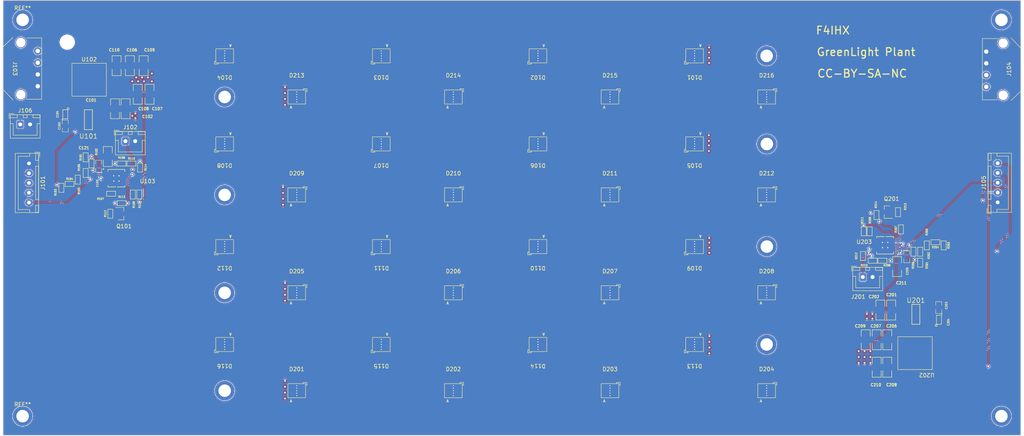
<source format=kicad_pcb>
(kicad_pcb (version 20211014) (generator pcbnew)
  (layers (0 "F.Cu" signal) (1 "In1.Cu" signal) (2 "In2.Cu" signal) (31 "B.Cu" signal) (34 "B.Paste" user) (35 "F.Paste" user) (36 "B.SilkS" user "B.Silkscreen") (37 "F.SilkS" user "F.Silkscreen") (38 "B.Mask" user) (39 "F.Mask" user) (44 "Edge.Cuts" user))
  (net 0 "")
  (net 1 "/VRed")
  (net 2 "GND")
  (net 3 "+24V")
  (net 4 "Net-(C103-Pad1)")
  (net 5 "Net-(C104-Pad2)")
  (net 6 "/VREG_RED")
  (net 7 "Net-(R101-Pad1)")
  (net 8 "Net-(R101-Pad2)")
  (net 9 "/RED_FB")
  (net 10 "Net-(R104-Pad2)")
  (net 11 "Net-(R106-Pad1)")
  (net 12 "Net-(R107-Pad1)")
  (net 13 "Net-(R108-Pad1)")
  (net 14 "Net-(R109-Pad1)")
  (net 15 "/RED_PWM")
  (net 16 "Net-(Q101-Pad3)")
  (net 18 "/EN_RED")
  (net 19 "/BLUE_PWM")
  (net 20 "/EN_BLUE")
  (net 21 "Net-(J102-Pad1)")
  (net 22 "/R01")
  (net 23 "/R02")
  (net 24 "/R03")
  (net 25 "/R04")
  (net 26 "/R11")
  (net 27 "/R12")
  (net 28 "/R13")
  (net 29 "/R14")
  (net 30 "/R21")
  (net 31 "/R22")
  (net 32 "/R23")
  (net 33 "/R24")
  (net 34 "/R31")
  (net 35 "/R32")
  (net 36 "/R33")
  (net 37 "/R34")
  (net 38 "/RSW")
  (net 39 "Net-(C203-Pad1)")
  (net 40 "/Blue LEDS/RSW")
  (net 41 "Net-(C204-Pad2)")
  (net 42 "/Blue LEDS/VREG_RED")
  (net 43 "/Blue LEDS/VRed")
  (net 44 "/Blue LEDS/R01")
  (net 45 "/Blue LEDS/R02")
  (net 46 "/Blue LEDS/R03")
  (net 47 "/Blue LEDS/R04")
  (net 48 "/Blue LEDS/R11")
  (net 49 "/Blue LEDS/R12")
  (net 50 "/Blue LEDS/R13")
  (net 51 "/Blue LEDS/R14")
  (net 52 "/Blue LEDS/R21")
  (net 53 "/Blue LEDS/R22")
  (net 54 "/Blue LEDS/R23")
  (net 55 "/Blue LEDS/R24")
  (net 56 "/Blue LEDS/R31")
  (net 57 "/Blue LEDS/R32")
  (net 58 "/Blue LEDS/R33")
  (net 59 "/Blue LEDS/R34")
  (net 60 "Net-(J201-Pad1)")
  (net 61 "Net-(Q201-Pad3)")
  (net 62 "Net-(R201-Pad1)")
  (net 63 "Net-(R201-Pad2)")
  (net 64 "/Blue LEDS/RED_FB")
  (net 65 "Net-(R204-Pad2)")
  (net 66 "Net-(R206-Pad1)")
  (net 67 "Net-(R207-Pad1)")
  (net 68 "Net-(R208-Pad1)")
  (net 69 "Net-(R209-Pad1)")
  (footprint "Cree:XLamp_MLE" (layer "F.Cu") (at 277.2 168.2 180)
    (fp_text reference "D109")
    (fp_text value "LED_TPAD")
  )
  (footprint "Connectors_Molex:MICROFIT_4POS_FEM_43650-0403" (layer "F.Cu") (at 356 122.9 90)
    (fp_text reference "J104")
    (fp_text value "Conn_01x04")
  )
  (footprint "General_SMD:SM1206" (layer "F.Cu") (at 323.7 192 90)
    (fp_text reference "C207")
    (fp_text value "10uF" hide)
  )
  (footprint "General_SMD:SM0603" (layer "F.Cu") (at 340.8 167.9 -90)
    (fp_text reference "R203")
    (fp_text value "10k" hide)
  )
  (footprint "Bourns:IND_SRP8540A_8.1x8.4x3.8mm" (layer "F.Cu") (at 333.5 195.5 180)
    (fp_text reference "U202")
    (fp_text value "22uH")
  )
  (footprint "General_SMD:SM0603" (layer "F.Cu") (at 323.65 160.15 -90)
    (fp_text reference "R214")
    (fp_text value "10k" hide)
  )
  (footprint "General_SMD:SM0603" (layer "F.Cu") (at 338.7 167.1 180)
    (fp_text reference "R204")
    (fp_text value "5k" hide)
  )
  (footprint "Cree:XLamp_MLE" (layer "F.Cu") (at 157.2 119.5 180)
    (fp_text reference "D104")
    (fp_text value "LED_TPAD")
  )
  (footprint "General_SMD:SM0603" (layer "F.Cu") (at 329.15 159.4 -90)
    (fp_text reference "R213")
    (fp_text value "10k" hide)
  )
  (footprint "Cree:XLamp_MLE" (layer "F.Cu") (at 237.2 141.98 180)
    (fp_text reference "D106")
    (fp_text value "LED_TPAD")
  )
  (footprint "General_SMD:SM0603" (layer "F.Cu") (at 325.162 171.8)
    (fp_text reference "R208")
    (fp_text value "NC" hide)
  )
  (footprint "General_SMD:SM1206" (layer "F.Cu") (at 138 129.3 -90)
    (fp_text reference "C107")
    (fp_text value "10uF" hide)
  )
  (footprint "Cree:XLamp_MLE" (layer "F.Cu") (at 237.2 193.2 180)
    (fp_text reference "D114")
    (fp_text value "LED_TPAD")
  )
  (footprint "General_SMD:SM0603" (layer "F.Cu") (at 133.75 154.9 -90)
    (fp_text reference "R109")
    (fp_text value "TBD" hide)
  )
  (footprint "General_SMD:SM1206" (layer "F.Cu") (at 326.4 192 90)
    (fp_text reference "C206")
    (fp_text value "10uF" hide)
  )
  (footprint "Cree:XLamp_MLE" (layer "F.Cu") (at 197.2 141.98 180)
    (fp_text reference "D107")
    (fp_text value "LED_TPAD")
  )
  (footprint "Mounting_Holes:3.2mm_plated" (layer "F.Cu") (at 295.6 193.2)
    (fp_text reference "REF**" hide)
    (fp_text value "3.2mm_plated")
  )
  (footprint "Cree:XLamp_MLE" (layer "F.Cu") (at 295.6 180)
    (fp_text reference "D208")
    (fp_text value "LED_TPAD")
  )
  (footprint "General_SMD:SM0603" (layer "F.Cu") (at 115.5 153.2 -90)
    (fp_text reference "R103")
    (fp_text value "10k" hide)
  )
  (footprint "SOT:SOT-23" (layer "F.Cu") (at 130.7 159.8)
    (fp_text reference "Q101")
    (fp_text value "BSS138")
  )
  (footprint "QFN:ADP8140_LFCSP16_4x4_0.4mm" (layer "F.Cu") (at 129.55 150.8 -90)
    (fp_text reference "U103")
    (fp_text value "ADP8140ACPZ")
  )
  (footprint "Connector_JST:JST_XH_B2B-XH-A_1x02_P2.50mm_Vertical" (layer "F.Cu") (at 105 137)
    (fp_text reference "J106")
    (fp_text value "FAN Connector")
  )
  (footprint "General_SMD:SM0603" (layer "F.Cu") (at 130.9 157.1 180)
    (fp_text reference "R113")
    (fp_text value "10k" hide)
  )
  (footprint "Cree:XLamp_MLE" (layer "F.Cu") (at 255.6 205)
    (fp_text reference "D203")
    (fp_text value "LED_TPAD")
  )
  (footprint "Mounting_Holes:3.2mm_plated" (layer "F.Cu") (at 355.55 211.5)
    (fp_text reference "REF**" hide)
    (fp_text value "3.2mm_plated")
  )
  (footprint "General_SMD:SM1206" (layer "F.Cu") (at 328.9 173.3 -90)
    (fp_text reference "C211")
    (fp_text value "4.7uF" hide)
  )
  (footprint "Cree:XLamp_MLE" (layer "F.Cu") (at 175.6 180)
    (fp_text reference "D205")
    (fp_text value "NC")
  )
  (footprint "Cree:XLamp_MLE" (layer "F.Cu") (at 277.2 193.2 180)
    (fp_text reference "D113")
    (fp_text value "LED_TPAD")
  )
  (footprint "SOIC:SOIC-8_208mil" (layer "F.Cu") (at 333.695123 185.495122 90)
    (fp_text reference "U201")
    (fp_text value "L6982")
  )
  (footprint "General_SMD:SM1206" (layer "F.Cu") (at 327.4 184.4 90)
    (fp_text reference "C201")
    (fp_text value "4.7uF" hide)
  )
  (footprint "Cree:XLamp_MLE" (layer "F.Cu") (at 215.6 155)
    (fp_text reference "D210")
    (fp_text value "LED_TPAD")
  )
  (footprint "General_SMD:SM0603" (layer "F.Cu") (at 339.6 186.9 90)
    (fp_text reference "C204")
    (fp_text value "100nF" hide)
  )
  (footprint "Cree:XLamp_MLE" (layer "F.Cu") (at 197.2 168.2 180)
    (fp_text reference "D111")
    (fp_text value "LED_TPAD")
  )
  (footprint "General_SMD:SM1206" (layer "F.Cu") (at 324.65 184.4 90)
    (fp_text reference "C202")
    (fp_text value "4.7uF" hide)
  )
  (footprint "Cree:XLamp_MLE" (layer "F.Cu") (at 295.6 155)
    (fp_text reference "D212")
    (fp_text value "LED_TPAD")
  )
  (footprint "Cree:XLamp_MLE" (layer "F.Cu") (at 157.2 168.2 180)
    (fp_text reference "D112")
    (fp_text value "LED_TPAD")
  )
  (footprint "General_SMD:SM1206" (layer "F.Cu") (at 127.35 145.2 90)
    (fp_text reference "C121")
    (fp_text value "4.7uF" hide)
  )
  (footprint "General_SMD:SM0603" (layer "F.Cu") (at 334.8 169.5 90)
    (fp_text reference "R202")
    (fp_text value "10k" hide)
  )
  (footprint "Cree:XLamp_MLE" (layer "F.Cu") (at 215.6 180)
    (fp_text reference "D206")
    (fp_text value "LED_TPAD")
  )
  (footprint "General_SMD:SM0603" (layer "F.Cu") (at 333.1 169.5 -90)
    (fp_text reference "R206")
    (fp_text value "52.3k" hide)
  )
  (footprint "General_SMD:SM0603" (layer "F.Cu") (at 121.7 149.4 90)
    (fp_text reference "R106")
    (fp_text value "52.3k" hide)
  )
  (footprint "Mounting_Holes:3.2mm_plated" (layer "F.Cu") (at 295.6 119.5)
    (fp_text reference "REF**" hide)
    (fp_text value "3.2mm_plated")
  )
  (footprint "Cree:XLamp_MLE" (layer "F.Cu") (at 175.6 205)
    (fp_text reference "D201")
    (fp_text value "NC")
  )
  (footprint "General_SMD:SM1206" (layer "F.Cu") (at 129.6 122 90)
    (fp_text reference "C110")
    (fp_text value "10uF" hide)
  )
  (footprint "General_SMD:SM0603" (layer "F.Cu") (at 119.7 151.1 -90)
    (fp_text reference "R105")
    (fp_text value "15k" hide)
  )
  (footprint "Cree:XLamp_MLE" (layer "F.Cu") (at 237.2 119.5 180)
    (fp_text reference "D102")
    (fp_text value "LED_TPAD")
  )
  (footprint "General_SMD:SM0805" (layer "F.Cu") (at 116.5 137.4 -90)
    (fp_text reference "C103")
    (fp_text value "1uF" hide)
  )
  (footprint "Connectors_Molex:MICROFIT_4POS_FEM_43650-0403" (layer "F.Cu") (at 105.150001 122.75 -90)
    (fp_text reference "J103")
    (fp_text value "Conn_01x04")
  )
  (footprint "SOT:SOT-23" (layer "F.Cu") (at 326.4 159.4 180)
    (fp_text reference "Q201")
    (fp_text value "BSS138")
  )
  (footprint "Cree:XLamp_MLE" (layer "F.Cu") (at 197.2 119.5 180)
    (fp_text reference "D103")
    (fp_text value "LED_TPAD")
  )
  (footprint "General_SMD:SM0603" (layer "F.Cu") (at 128.2 154.7)
    (fp_text reference "R107")
    (fp_text value "7.32k" hide)
  )
  (footprint "Mounting_Holes:3.2mm_plated" (layer "F.Cu") (at 157.2 205)
    (fp_text reference "REF**" hide)
    (fp_text value "3.2mm_plated")
  )
  (footprint "Cree:XLamp_MLE" (layer "F.Cu") (at 175.6 155)
    (fp_text reference "D209")
    (fp_text value "NC")
  )
  (footprint "QFN:ADP8140_LFCSP16_4x4_0.4mm" (layer "F.Cu") (at 325.85 167.8 90)
    (fp_text reference "U203")
    (fp_text value "ADP8140ACPZ")
  )
  (footprint "General_SMD:SM0603" (layer "F.Cu") (at 116.5 134.4 -90)
    (fp_text reference "C104")
    (fp_text value "100nF" hide)
  )
  (footprint "Cree:XLamp_MLE" (layer "F.Cu") (at 255.6 180)
    (fp_text reference "D207")
    (fp_text value "LED_TPAD")
  )
  (footprint "Cree:XLamp_MLE" (layer "F.Cu") (at 197.2 193.2 180)
    (fp_text reference "D115")
    (fp_text value "LED_TPAD")
  )
  (footprint "Cree:XLamp_MLE" (layer "F.Cu") (at 295.6 205)
    (fp_text reference "D204")
    (fp_text value "LED_TPAD")
  )
  (footprint "General_SMD:SM0603" (layer "F.Cu") (at 135.6 148 90)
    (fp_text reference "R114")
    (fp_text value "NC" hide)
  )
  (footprint "General_SMD:SM1206" (layer "F.Cu") (at 133 122 90)
    (fp_text reference "C106")
    (fp_text value "10uF" hide)
  )
  (footprint "Cree:XLamp_MLE" (layer "F.Cu") (at 157.2 141.98 180)
    (fp_text reference "D108")
    (fp_text value "LED_TPAD")
  )
  (footprint "General_SMD:SM0603" (layer "F.Cu") (at 121.7 145.4 90)
    (fp_text reference "R101")
    (fp_text value "0" hide)
  )
  (footprint "Connector_JST:JST_XH_B5B-XH-A_1x05_P2.50mm_Vertical" (layer "F.Cu") (at 107.225 146.95 -90)
    (fp_text reference "J101")
    (fp_text value "Conn_01x05")
  )
  (footprint "General_SMD:SM0603" (layer "F.Cu") (at 135.4 154.9 90)
    (fp_text reference "R111")
    (fp_text value "TBD" hide)
  )
  (footprint "Cree:XLamp_MLE" (layer "F.Cu") (at 157.2 193.2 180)
    (fp_text reference "D116")
    (fp_text value "LED_TPAD")
  )
  (footprint "Cree:XLamp_MLE" (layer "F.Cu") (at 175.6 130)
    (fp_text reference "D213")
    (fp_text value "NC")
  )
  (footprint "Mounting_Holes:3.45MM_NOTPLATED" (layer "F.Cu") (at 117 116)
    (fp_text reference "REF**" hide)
    (fp_text value "3.45MM_NOTPLATED")
  )
  (footprint "General_SMD:SM0603" (layer "F.Cu") (at 321.9 164.3 90)
    (fp_text reference "R209")
    (fp_text value "TBD" hide)
  )
  (footprint "General_SMD:SM1206" (layer "F.Cu") (at 136.5 122 90)
    (fp_text reference "C109")
    (fp_text value "10uF" hide)
  )
  (footprint "Mounting_Holes:3.2mm_plated" (layer "F.Cu") (at 105.6 110.3)
    (fp_text reference "REF**")
    (fp_text value "3.2mm_plated")
  )
  (footprint "General_SMD:SM1206" (layer "F.Cu") (at 129.199999 133 90)
    (fp_text reference "C101")
    (fp_text value "4.7uF" hide)
  )
  (footprint "General_SMD:SM0603" (layer "F.Cu") (at 130.85 147 180)
    (fp_text reference "R108")
    (fp_text value "NC" hide)
  )
  (footprint "General_SMD:SM0805" (layer "F.Cu") (at 125 147.7 90)
    (fp_text reference "C105")
    (fp_text value "1uF" hide)
  )
  (footprint "General_SMD:SM1206" (layer "F.Cu") (at 135 129.3 -90)
    (fp_text reference "C108")
    (fp_text value "10uF" hide)
  )
  (footprint "Cree:XLamp_MLE" (layer "F.Cu") (at 255.6 155)
    (fp_text reference "D211")
    (fp_text value "LED_TPAD")
  )
  (footprint "General_SMD:SM0603" (layer "F.Cu") (at 336.5 167.9 90)
    (fp_text reference "R205")
    (fp_text value "15k" hide)
  )
  (footprint "General_SMD:SM0603" (layer "F.Cu") (at 117.6 152.2)
    (fp_text reference "R104")
    (fp_text value "5k" hide)
  )
  (footprint "General_SMD:SM0805" (layer "F.Cu") (at 339.5365 183.773 90)
    (fp_text reference "C203")
    (fp_text value "1uF" hide)
  )
  (footprint "Mounting_Holes:3.2mm_plated" (layer "F.Cu") (at 355.55 110.3)
    (fp_text reference "REF**" hide)
    (fp_text value "3.2mm_plated")
  )
  (footprint "General_SMD:SM0603" (layer "F.Cu") (at 320.4 164.3 -90)
    (fp_text reference "R211")
    (fp_text value "TBD" hide)
  )
  (footprint "General_SMD:SM0603" (layer "F.Cu") (at 320.2 170.6 -90)
    (fp_text reference "R212")
    (fp_text value "NC" hide)
  )
  (footprint "General_SMD:SM0603" (layer "F.Cu") (at 133.4 147)
    (fp_text reference "R110")
    (fp_text value "0" hide)
  )
  (footprint "General_SMD:SM1206" (layer "F.Cu") (at 323.7 199 -90)
    (fp_text reference "C210")
    (fp_text value "10uF" hide)
  )
  (footprint "Cree:XLamp_MLE" (layer "F.Cu") (at 237.2 168.2 180)
    (fp_text reference "D110")
    (fp_text value "LED_TPAD")
  )
  (footprint "Connector_JST:JST_XH_B2B-XH-A_1x02_P2.50mm_Vertical" (layer "F.Cu") (at 320.15 175.975)
    (fp_text reference "J201")
    (fp_text value "NTC")
  )
  (footprint "Bourns:IND_SRP8540A_8.1x8.4x3.8mm" (layer "F.Cu") (at 122.6 125.5)
    (fp_text reference "U102")
    (fp_text value "22uH")
  )
  (footprint "Mounting_Holes:3.2mm_plated" (layer "F.Cu") (at 157.2 130)
    (fp_text reference "REF**" hide)
    (fp_text value "3.2mm_plated")
  )
  (footprint "Cree:XLamp_MLE" (layer "F.Cu") (at 277.2 119.5 180)
    (fp_text reference "D101")
    (fp_text value "LED_TPAD")
  )
  (footprint "Cree:XLamp_MLE" (layer "F.Cu") (at 295.6 130)
    (fp_text reference "D216")
    (fp_text value "LED_TPAD")
  )
  (footprint "General_SMD:SM0603" (layer "F.Cu") (at 329.9 163.8 90)
    (fp_text reference "R207")
    (fp_text value "7.32k" hide)
  )
  (footprint "General_SMD:SM0603" (layer "F.Cu") (at 123.2 146.962 -90)
    (fp_text reference "R102")
    (fp_text value "10k" hide)
  )
  (footprint "Cree:XLamp_MLE" (layer "F.Cu") (at 215.6 130)
    (fp_text reference "D214")
    (fp_text value "LED_TPAD")
  )
  (footprint "Cree:XLamp_MLE" (layer "F.Cu") (at 255.6 130)
    (fp_text reference "D215")
    (fp_text value "LED_TPAD")
  )
  (footprint "SOIC:SOIC-8_208mil" (layer "F.Cu") (at 122.404875 135.804879 -90)
    (fp_text reference "U101")
    (fp_text value "L6982")
  )
  (footprint "Mounting_Holes:3.2mm_plated" (layer "F.Cu") (at 157.2 155)
    (fp_text reference "REF**" hide)
    (fp_text value "3.2mm_plated")
  )
  (footprint "Mounting_Holes:3.2mm_plated" (layer "F.Cu") (at 105.6 211.5)
    (fp_text reference "REF**")
    (fp_text value "3.2mm_plated")
  )
  (footprint "Mounting_Holes:3.2mm_plated" (layer "F.Cu") (at 295.65 168.2)
    (fp_text reference "REF**" hide)
    (fp_text value "3.2mm_plated")
  )
  (footprint "Cree:XLamp_MLE" (layer "F.Cu") (at 215.6 205)
    (fp_text reference "D202")
    (fp_text value "LED_TPAD")
  )
  (footprint "Cree:XLamp_MLE" (layer "F.Cu") (at 277.2 141.98 180)
    (fp_text reference "D105")
    (fp_text value "LED_TPAD")
  )
  (footprint "Connector_JST:JST_XH_B5B-XH-A_1x05_P2.50mm_Vertical" (layer "F.Cu") (at 354.6 156.9 90)
    (fp_text reference "J105")
    (fp_text value "Conn_01x05")
  )
  (footprint "Mounting_Holes:3.2mm_plated" (layer "F.Cu") (at 157.2 180)
    (fp_text reference "REF**" hide)
    (fp_text value "3.2mm_plated")
  )
  (footprint "Connector_JST:JST_XH_B2B-XH-A_1x02_P2.50mm_Vertical" (layer "F.Cu") (at 131.85 141.275)
    (fp_text reference "J102")
    (fp_text value "NTC")
  )
  (footprint "General_SMD:SM0805" (layer "F.Cu") (at 331.4 170.8 -90)
    (fp_text reference "C205")
    (fp_text value "1uF" hide)
  )
  (footprint "General_SMD:SM0603" (layer "F.Cu") (at 334.8 172.3 -90)
    (fp_text reference "R201")
    (fp_text value "0" hide)
  )
  (footprint "General_SMD:SM1206" (layer "F.Cu") (at 131.9 133 90)
    (fp_text reference "C102")
    (fp_text value "4.7uF" hide)
  )
  (footprint "General_SMD:SM0603" (layer "F.Cu") (at 128 159.8 90)
    (fp_text reference "R112")
    (fp_text value "10k" hide)
  )
  (footprint "General_SMD:SM0603" (layer "F.Cu") (at 322.662 171.8 180)
    (fp_text reference "R210")
    (fp_text value "0" hide)
  )
  (footprint "Mounting_Holes:3.2mm_plated" (layer "F.Cu") (at 295.65 142)
    (fp_text reference "REF**" hide)
    (fp_text value "3.2mm_plated")
  )
  (footprint "General_SMD:SM1206" (layer "F.Cu") (at 326.4 199 -90)
    (fp_text reference "C208")
    (fp_text value "10uF" hide)
  )
  (footprint "General_SMD:SM1206" (layer "F.Cu") (at 320.9 192 90)
    (fp_text reference "C209")
    (fp_text value "10uF" hide)
  )
  (gr_rect (start 100.55 105.28) (end 360.57 216.47) (layer "Edge.Cuts") (width 0.1) (fill none))
  (gr_text "F4IHX" (at 312.5 113) (layer "F.SilkS") (effects (font (size 2 2) (thickness 0.3))))
  (gr_text "CC-BY-SA-NC" (at 320 124) (layer "F.SilkS") (effects (font (size 2 2) (thickness 0.3))))
  (gr_text "GreenLight Plant" (at 321 118.5) (layer "F.SilkS") (effects (font (size 2 2) (thickness 0.3))))
  (segment (start 135.4 156.8) (end 135.4 155.662) (width 0.25) (layer "F.Cu") (net 1))
  (via (at 136.1 125) (size 0.8) (drill 0.4) (layers "F.Cu" "B.Cu") (net 1))
  (via (at 133.6 126) (size 0.8) (drill 0.4) (layers "F.Cu" "B.Cu") (net 1))
  (via (at 280.96 169.8) (size 0.8) (drill 0.4) (layers "F.Cu" "B.Cu") (net 1))
  (via (at 280.84 139.78) (size 0.8) (drill 0.4) (layers "F.Cu" "B.Cu") (net 1))
  (via (at 138.6 126) (size 0.8) (drill 0.4) (layers "F.Cu" "B.Cu") (net 1))
  (via (at 280.9 118.63) (size 0.8) (drill 0.4) (layers "F.Cu" "B.Cu") (net 1))
  (via (at 280.97 195.45) (size 0.8) (drill 0.4) (layers "F.Cu" "B.Cu") (net 1))
  (via (at 280.97 193.97) (size 0.8) (drill 0.4) (layers "F.Cu" "B.Cu") (net 1))
  (via (at 280.96 168.45) (size 0.8) (drill 0.4) (layers "F.Cu" "B.Cu") (net 1))
  (via (at 137.6 125) (size 0.8) (drill 0.4) (layers "F.Cu" "B.Cu") (net 1))
  (via (at 138.6 124) (size 0.8) (drill 0.4) (layers "F.Cu" "B.Cu") (net 1))
  (via (at 134.6 125) (size 0.8) (drill 0.4) (layers "F.Cu" "B.Cu") (net 1))
  (via (at 280.85 143.8) (size 0.8) (drill 0.4) (layers "F.Cu" "B.Cu") (net 1))
  (via (at 280.85 141.2) (size 0.8) (drill 0.4) (layers "F.Cu" "B.Cu") (net 1))
  (via (at 280.98 191.06) (size 0.8) (drill 0.4) (layers "F.Cu" "B.Cu") (net 1))
  (via (at 280.97 192.54) (size 0.8) (drill 0.4) (layers "F.Cu" "B.Cu") (net 1))
  (via (at 280.9 117.34) (size 0.8) (drill 0.4) (layers "F.Cu" "B.Cu") (net 1))
  (via (at 136.6 126) (size 0.8) (drill 0.4) (layers "F.Cu" "B.Cu") (net 1))
  (via (at 280.9 119.99) (size 0.8) (drill 0.4) (layers "F.Cu" "B.Cu") (net 1))
  (via (at 280.85 142.35) (size 0.8) (drill 0.4) (layers "F.Cu" "B.Cu") (net 1))
  (via (at 135.4 156.8) (size 0.8) (drill 0.4) (layers "F.Cu" "B.Cu") (net 1))
  (via (at 280.95 166) (size 0.8) (drill 0.4) (layers "F.Cu" "B.Cu") (net 1))
  (via (at 280.96 167.17) (size 0.8) (drill 0.4) (layers "F.Cu" "B.Cu") (net 1))
  (via (at 135.1 126) (size 0.8) (drill 0.4) (layers "F.Cu" "B.Cu") (net 1))
  (via (at 280.9 121.33) (size 0.8) (drill 0.4) (layers "F.Cu" "B.Cu") (net 1))
  (segment (start 136.6 126) (end 136.6 155.6) (width 0.25) (layer "B.Cu") (net 1))
  (segment (start 136.6 155.6) (end 135.4 156.8) (width 0.25) (layer "B.Cu") (net 1))
  (segment (start 322.4 170.6) (end 322.238 170.762) (width 0.25) (layer "F.Cu") (net 3))
  (segment (start 126.832843 149.167157) (end 126.832843 148.567157) (width 0.25) (layer "F.Cu") (net 3))
  (segment (start 127.2 148.2) (end 127.2 147.001) (width 0.25) (layer "F.Cu") (net 3))
  (segment (start 105 137) (end 105 135.2) (width 0.25) (layer "F.Cu") (net 3))
  (segment (start 105 135.2) (end 102.4 132.6) (width 0.25) (layer "F.Cu") (net 3))
  (segment (start 129.051 146.851) (end 129.2 147) (width 0.25) (layer "F.Cu") (net 3))
  (segment (start 127.2 147.001) (end 127.35 146.851) (width 0.25) (layer "F.Cu") (net 3))
  (segment (start 102.4 123.4) (end 104.8 121) (width 0.25) (layer "F.Cu") (net 3))
  (segment (start 328.8 171.549) (end 328.9 171.649) (width 0.25) (layer "F.Cu") (net 3))
  (segment (start 127.5 149.4) (end 127.065686 149.4) (width 0.25) (layer "F.Cu") (net 3))
  (segment (start 126.832843 148.567157) (end 127.2 148.2) (width 0.25) (layer "F.Cu") (net 3))
  (segment (start 328.6 169.2) (end 328.8 169.4) (width 0.25) (layer "F.Cu") (net 3))
  (segment (start 328.749 171.8) (end 328.9 171.649) (width 0.25) (layer "F.Cu") (net 3))
  (segment (start 327.2 171.8) (end 328.749 171.8) (width 0.25) (layer "F.Cu") (net 3))
  (segment (start 135.6 147.238) (end 135.6 146.4) (width 0.25) (layer "F.Cu") (net 3))
  (segment (start 320.438 171.362) (end 321.2 170.6) (width 0.25) (layer "F.Cu") (net 3))
  (segment (start 328.8 169.4) (end 328.8 171.549) (width 0.25) (layer "F.Cu") (net 3))
  (segment (start 325.924 171.8) (end 327.2 171.8) (width 0.25) (layer "F.Cu") (net 3))
  (segment (start 102.4 132.6) (end 102.4 123.4) (width 0.25) (layer "F.Cu") (net 3))
  (segment (start 320.2 171.362) (end 320.438 171.362) (width 0.25) (layer "F.Cu") (net 3))
  (segment (start 321.2 170.6) (end 322.4 170.6) (width 0.25) (layer "F.Cu") (net 3))
  (segment (start 130.088 147) (end 129.2 147) (width 0.25) (layer "F.Cu") (net 3))
  (segment (start 104.8 121) (end 109.220001 121) (width 0.25) (layer "F.Cu") (net 3))
  (segment (start 127.065686 149.4) (end 126.832843 149.167157) (width 0.25) (layer "F.Cu") (net 3))
  (segment (start 109.220001 121) (end 109.470001 121.25) (width 0.25) (layer "F.Cu") (net 3))
  (segment (start 127.35 146.851) (end 129.051 146.851) (width 0.25) (layer "F.Cu") (net 3))
  (segment (start 327.9 169.2) (end 328.6 169.2) (width 0.25) (layer "F.Cu") (net 3))
  (via (at 327.2 171.8) (size 0.8) (drill 0.4) (layers "F.Cu" "B.Cu") (net 3))
  (via (at 321.2 185.4) (size 0.8) (drill 0.4) (layers "F.Cu" "B.Cu") (net 3))
  (via (at 129.2 147) (size 0.8) (drill 0.4) (layers "F.Cu" "B.Cu") (net 3))
  (via (at 134.4 135.4) (size 0.8) (drill 0.4) (layers "F.Cu" "B.Cu") (net 3))
  (via (at 322.6 186.6) (size 0.8) (drill 0.4) (layers "F.Cu" "B.Cu") (net 3))
  (via (at 133.6 134.8) (size 0.8) (drill 0.4) (layers "F.Cu" "B.Cu") (net 3))
  (via (at 322.6 185.4) (size 0.8) (drill 0.4) (layers "F.Cu" "B.Cu") (net 3))
  (via (at 322.4 170.6) (size 0.8) (drill 0.4) (layers "F.Cu" "B.Cu") (net 3))
  (via (at 134.4 134.2) (size 0.8) (drill 0.4) (layers "F.Cu" "B.Cu") (net 3))
  (via (at 321.2 186.6) (size 0.8) (drill 0.4) (layers "F.Cu" "B.Cu") (net 3))
  (via (at 135.6 146.4) (size 0.8) (drill 0.4) (layers "F.Cu" "B.Cu") (net 3))
  (segment (start 116.5 136.4475) (end 119.022254 136.4475) (width 0.25) (layer "F.Cu") (net 4))
  (segment (start 119.022254 136.4475) (end 119.029875 136.439879) (width 0.25) (layer "F.Cu") (net 4))
  (segment (start 116.507879 135.169879) (end 116.5 135.162) (width 0.25) (layer "F.Cu") (net 5))
  (segment (start 119.029875 135.169879) (end 116.507879 135.169879) (width 0.25) (layer "F.Cu") (net 5))
  (segment (start 123.2 148.3) (end 123.6 148.7) (width 0.25) (layer "F.Cu") (net 6))
  (segment (start 126.9 149.8) (end 127.5 149.8) (width 0.25) (layer "F.Cu") (net 6))
  (segment (start 122.9 149.4) (end 123.6 148.7) (width 0.25) (layer "F.Cu") (net 6))
  (segment (start 119.7 150.338) (end 119.7 150.1) (width 0.25) (layer "F.Cu") (net 6))
  (segment (start 120.4 149.4) (end 122.9 149.4) (width 0.25) (layer "F.Cu") (net 6))
  (segment (start 119.7 150.1) (end 120.4 149.4) (width 0.25) (layer "F.Cu") (net 6))
  (segment (start 125.7525 148.6525) (end 126.9 149.8) (width 0.25) (layer "F.Cu") (net 6))
  (segment (start 129.2 157.1) (end 130.138 157.1) (width 0.25) (layer "F.Cu") (net 6))
  (segment (start 124.9525 148.7) (end 125 148.6525) (width 0.25) (layer "F.Cu") (net 6))
  (segment (start 123.2 147.724) (end 123.2 148.3) (width 0.25) (layer "F.Cu") (net 6))
  (segment (start 125 148.6525) (end 125.7525 148.6525) (width 0.25) (layer "F.Cu") (net 6))
  (segment (start 123.6 148.7) (end 124.9525 148.7) (width 0.25) (layer "F.Cu") (net 6))
  (via (at 129.2 157.1) (size 0.8) (drill 0.4) (layers "F.Cu" "B.Cu") (net 6))
  (via (at 123.6 148.7) (size 0.8) (drill 0.4) (layers "F.Cu" "B.Cu") (net 6))
  (segment (start 125.8 151) (end 125.6 150.8) (width 0.25) (layer "F.Cu") (net 7))
  (segment (start 123.162 146.162) (end 123.2 146.2) (width 0.25) (layer "F.Cu") (net 7))
  (segment (start 123.2 145.2) (end 123.2 146.2) (width 0.25) (layer "F.Cu") (net 7))
  (segment (start 121.7 146.162) (end 123.162 146.162) (width 0.25) (layer "F.Cu") (net 7))
  (segment (start 127.5 151) (end 125.8 151) (width 0.25) (layer "F.Cu") (net 7))
  (via (at 125.6 150.8) (size 0.8) (drill 0.4) (layers "F.Cu" "B.Cu") (net 7))
  (via (at 123.2 145.2) (size 0.8) (drill 0.4) (layers "F.Cu" "B.Cu") (net 7))
  (segment (start 123.9 145.2) (end 123.2 145.2) (width 0.25) (layer "B.Cu") (net 7))
  (segment (start 125.1 146.4) (end 123.9 145.2) (width 0.25) (layer "B.Cu") (net 7))
  (segment (start 125.1 147.9) (end 125.1 146.4) (width 0.25) (layer "B.Cu") (net 7))
  (segment (start 125.6 150.8) (end 125.1 150.3) (width 0.25) (layer "B.Cu") (net 7))
  (segment (start 125.1 149.9) (end 125.1 147.9) (width 0.25) (layer "B.Cu") (net 7))
  (segment (start 125.1 150.3) (end 125.1 149.9) (width 0.25) (layer "B.Cu") (net 7))
  (segment (start 121.7 142.8) (end 122.9 141.6) (width 0.25) (layer "F.Cu") (net 8))
  (segment (start 127.5 137.7) (end 125.789754 137.7) (width 0.25) (layer "F.Cu") (net 8))
  (segment (start 126.6 141.6) (end 128.2 140) (width 0.25) (layer "F.Cu") (net 8))
  (segment (start 121.7 144.638) (end 121.7 142.8) (width 0.25) (layer "F.Cu") (net 8))
  (segment (start 128.2 140) (end 128.2 138.4) (width 0.25) (layer "F.Cu") (net 8))
  (segment (start 128.2 138.4) (end 127.5 137.7) (width 0.25) (layer "F.Cu") (net 8))
  (segment (start 125.789754 137.7) (end 125.779875 137.709879) (width 0.25) (layer "F.Cu") (net 8))
  (segment (start 122.9 141.6) (end 126.6 141.6) (width 0.25) (layer "F.Cu") (net 8))
  (segment (start 119 138.9) (end 119 137.739754) (width 0.25) (layer "F.Cu") (net 9))
  (segment (start 115.5 152.438) (end 114.438 152.438) (width 0.25) (layer "F.Cu") (net 9))
  (segment (start 116.6 152.438) (end 116.838 152.2) (width 0.25) (layer "F.Cu") (net 9))
  (segment (start 115.5 152.438) (end 116.6 152.438) (width 0.25) (layer "F.Cu") (net 9))
  (segment (start 119 137.739754) (end 119.029875 137.709879) (width 0.25) (layer "F.Cu") (net 9))
  (segment (start 114.438 152.438) (end 114.4 152.4) (width 0.25) (layer "F.Cu") (net 9))
  (via (at 114.4 152.4) (size 0.8) (drill 0.4) (layers "F.Cu" "B.Cu") (net 9))
  (via (at 119 138.9) (size 0.8) (drill 0.4) (layers "F.Cu" "B.Cu") (net 9))
  (segment (start 114.2 143.7) (end 119 138.9) (width 0.25) (layer "B.Cu") (net 9))
  (segment (start 114.4 152.4) (end 114.2 152.2) (width 0.25) (layer "B.Cu") (net 9))
  (segment (start 114.2 152.2) (end 114.2 143.7) (width 0.25) (layer "B.Cu") (net 9))
  (segment (start 118.7 152.2) (end 119 151.9) (width 0.25) (layer "F.Cu") (net 10))
  (segment (start 119 151.9) (end 119.662 151.9) (width 0.25) (layer "F.Cu") (net 10))
  (segment (start 118.362 152.2) (end 118.7 152.2) (width 0.25) (layer "F.Cu") (net 10))
  (segment (start 119.662 151.9) (end 119.7 151.862) (width 0.25) (layer "F.Cu") (net 10))
  (segment (start 119.762 151.8) (end 119.7 151.862) (width 0.25) (layer "F.Cu") (net 10))
  (segment (start 127.5 151.8) (end 119.762 151.8) (width 0.25) (layer "F.Cu") (net 10))
  (segment (start 121.7 150.162) (end 122.838 150.162) (width 0.25) (layer "F.Cu") (net 11))
  (segment (start 122.838 150.162) (end 123.3495 149.6505) (width 0.25) (layer "F.Cu") (net 11))
  (segment (start 123.3495 149.6505) (end 126.0505 149.6505) (width 0.25) (layer "F.Cu") (net 11))
  (segment (start 126.6 150.2) (end 127.5 150.2) (width 0.25) (layer "F.Cu") (net 11))
  (segment (start 126.0505 149.6505) (end 126.6 150.2) (width 0.25) (layer "F.Cu") (net 11))
  (segment (start 127.5 152.2) (end 126.6 152.2) (width 0.25) (layer "F.Cu") (net 12))
  (segment (start 126.6 152.2) (end 126.2 152.6) (width 0.25) (layer "F.Cu") (net 12))
  (segment (start 126.5 154.6) (end 127.338 154.6) (width 0.25) (layer "F.Cu") (net 12))
  (segment (start 126.2 154.3) (end 126.5 154.6) (width 0.25) (layer "F.Cu") (net 12))
  (segment (start 126.2 152.6) (end 126.2 154.3) (width 0.25) (layer "F.Cu") (net 12))
  (segment (start 127.338 154.6) (end 127.438 154.7) (width 0.25) (layer "F.Cu") (net 12))
  (segment (start 131.6 149.4) (end 132.2 149.4) (width 0.25) (layer "F.Cu") (net 13))
  (segment (start 132.2 149.4) (end 132.6 149) (width 0.25) (layer "F.Cu") (net 13))
  (segment (start 132.6 149) (end 132.6 147.038) (width 0.25) (layer "F.Cu") (net 13))
  (segment (start 132.6 147.038) (end 132.638 147) (width 0.25) (layer "F.Cu") (net 13))
  (segment (start 131.612 147) (end 132.638 147) (width 0.25) (layer "F.Cu") (net 13))
  (segment (start 133.6 153.988) (end 133.75 154.138) (width 0.25) (layer "F.Cu") (net 14))
  (segment (start 133.6 153.3) (end 133.6 153.988) (width 0.25) (layer "F.Cu") (net 14))
  (segment (start 131.6 152.2) (end 132.5 152.2) (width 0.25) (layer "F.Cu") (net 14))
  (segment (start 135.4 154.138) (end 133.75 154.138) (width 0.25) (layer "F.Cu") (net 14))
  (segment (start 132.5 152.2) (end 133.6 153.3) (width 0.25) (layer "F.Cu") (net 14))
  (segment (start 107.15 154.45) (end 106 155.6) (width 0.25) (layer "F.Cu") (net 15))
  (segment (start 123.4 211.2) (end 124.4 212.2) (width 0.25) (layer "F.Cu") (net 15))
  (segment (start 115.2 156.7) (end 116.9 158.4) (width 0.25) (layer "F.Cu") (net 15))
  (segment (start 116.9 158.4) (end 118.9 158.4) (width 0.25) (layer "F.Cu") (net 15))
  (segment (start 105.6 193.4) (end 123.4 211.2) (width 0.25) (layer "F.Cu") (net 15))
  (segment (start 332.2 212.2) (end 341.2 203.2) (width 0.25) (layer "F.Cu") (net 15))
  (segment (start 110.55 154.45) (end 112.8 156.7) (width 0.25) (layer "F.Cu") (net 15))
  (segment (start 106 155.6) (end 105.6 156) (width 0.25) (layer "F.Cu") (net 15))
  (segment (start 127.838 159.2) (end 128 159.038) (width 0.25) (layer "F.Cu") (net 15))
  (segment (start 129.7 158.85) (end 128.188 158.85) (width 0.25) (layer "F.Cu") (net 15))
  (segment (start 341.2 203.2) (end 355.6 188.8) (width 0.25) (layer "F.Cu") (net 15))
  (segment (start 355.6 164.4) (end 350.8 159.6) (width 0.25) (layer "F.Cu") (net 15))
  (segment (start 350.8 159.6) (end 350.8 156.4) (width 0.25) (layer "F.Cu") (net 15))
  (segment (start 355.6 180.6) (end 355.6 168.4) (width 0.25) (layer "F.Cu") (net 15))
  (segment (start 107.225 154.45) (end 110.55 154.45) (width 0.25) (layer "F.Cu") (net 15))
  (segment (start 112.8 156.7) (end 115.2 156.7) (width 0.25) (layer "F.Cu") (net 15))
  (segment (start 105.6 156) (end 105.6 193.4) (width 0.25) (layer "F.Cu") (net 15))
  (segment (start 355.6 168.4) (end 355.6 164.4) (width 0.25) (layer "F.Cu") (net 15))
  (segment (start 119.7 159.2) (end 127.838 159.2) (width 0.25) (layer "F.Cu") (net 15))
  (segment (start 107.225 154.45) (end 107.15 154.45) (width 0.25) (layer "F.Cu") (net 15))
  (segment (start 118.9 158.4) (end 119.7 159.2) (width 0.25) (layer "F.Cu") (net 15))
  (segment (start 124.4 212.2) (end 332.2 212.2) (width 0.25) (layer "F.Cu") (net 15))
  (segment (start 128.188 158.85) (end 128 159.038) (width 0.25) (layer "F.Cu") (net 15))
  (segment (start 355.6 188.8) (end 355.6 180.6) (width 0.25) (layer "F.Cu") (net 15))
  (via (at 350.8 156.4) (size 0.8) (drill 0.4) (layers "F.Cu" "B.Cu") (net 15))
  (segment (start 356.8 150.6) (end 356.2 150) (width 0.25) (layer "B.Cu") (net 15))
  (segment (start 352 153.2) (end 356.4 153.2) (width 0.25) (layer "B.Cu") (net 15))
  (segment (start 356.8 152.8) (end 356.8 150.6) (width 0.25) (layer "B.Cu") (net 15))
  (segment (start 350.8 156.4) (end 350.8 154.4) (width 0.25) (layer "B.Cu") (net 15))
  (segment (start 356.4 153.2) (end 356.8 152.8) (width 0.25) (layer "B.Cu") (net 15))
  (segment (start 350.8 154.4) (end 352 153.2) (width 0.25) (layer "B.Cu") (net 15))
  (segment (start 355.2 150) (end 354.6 149.4) (width 0.25) (layer "B.Cu") (net 15))
  (segment (start 356.2 150) (end 355.2 150) (width 0.25) (layer "B.Cu") (net 15))
  (segment (start 133.2 150.2) (end 133.6 149.8) (width 0.25) (layer "F.Cu") (net 16))
  (segment (start 132.4 157.1) (end 131.662 157.1) (width 0.25) (layer "F.Cu") (net 16))
  (segment (start 131.6 150.2) (end 133.2 150.2) (width 0.25) (layer "F.Cu") (net 16))
  (segment (start 131.7 159.8) (end 131.7 157.138) (width 0.25) (layer "F.Cu") (net 16))
  (segment (start 131.7 157.138) (end 131.662 157.1) (width 0.25) (layer "F.Cu") (net 16))
  (via (at 132.4 157.1) (size 0.8) (drill 0.4) (layers "F.Cu" "B.Cu") (net 16))
  (via (at 133.6 149.8) (size 0.8) (drill 0.4) (layers "F.Cu" "B.Cu") (net 16))
  (segment (start 132.4 157.1) (end 132.4 151) (width 0.25) (layer "B.Cu") (net 16))
  (segment (start 132.4 151) (end 133.6 149.8) (width 0.25) (layer "B.Cu") (net 16))
  (segment (start 123.7 150.1) (end 122.85 150.95) (width 0.25) (layer "F.Cu") (net 18))
  (segment (start 354.4 187.8) (end 354.4 182) (width 0.25) (layer "F.Cu") (net 18))
  (segment (start 125.934314 150.1) (end 126.434315 150.6) (width 0.25) (layer "F.Cu") (net 18))
  (segment (start 354.4 182) (end 354.4 169.4) (width 0.25) (layer "F.Cu") (net 18))
  (segment (start 107.225 156.95) (end 107.225 193.425) (width 0.25) (layer "F.Cu") (net 18))
  (segment (start 335.2 207) (end 354.4 187.8) (width 0.25) (layer "F.Cu") (net 18))
  (segment (start 125.934314 150.1) (end 123.7 150.1) (width 0.25) (layer "F.Cu") (net 18))
  (segment (start 126.434315 150.6) (end 127.5 150.6) (width 0.25) (layer "F.Cu") (net 18))
  (segment (start 125.2 211.4) (end 140 211.4) (width 0.25) (layer "F.Cu") (net 18))
  (segment (start 107.225 193.425) (end 117 203.2) (width 0.25) (layer "F.Cu") (net 18))
  (segment (start 140 211.4) (end 173.6 211.4) (width 0.25) (layer "F.Cu") (net 18))
  (segment (start 117 203.2) (end 125.2 211.4) (width 0.25) (layer "F.Cu") (net 18))
  (segment (start 330.8 211.4) (end 335.2 207) (width 0.25) (layer "F.Cu") (net 18))
  (segment (start 173.6 211.4) (end 330.8 211.4) (width 0.25) (layer "F.Cu") (net 18))
  (via (at 122.85 150.95) (size 0.8) (drill 0.4) (layers "F.Cu" "B.Cu") (net 18))
  (via (at 354.4 169.4) (size 0.8) (drill 0.4) (layers "F.Cu" "B.Cu") (net 18))
  (segment (start 357.8 164.6) (end 357.8 148) (width 0.25) (layer "B.Cu") (net 18))
  (segment (start 354.4 168) (end 357.8 164.6) (width 0.25) (layer "B.Cu") (net 18))
  (segment (start 107.4 156.9) (end 116.9 156.9) (width 0.25) (layer "B.Cu") (net 18))
  (segment (start 354.9 147.2) (end 354.6 146.9) (width 0.25) (layer "B.Cu") (net 18))
  (segment (start 357 147.2) (end 354.9 147.2) (width 0.25) (layer "B.Cu") (net 18))
  (segment (start 116.9 156.9) (end 122.85 150.95) (width 0.25) (layer "B.Cu") (net 18))
  (segment (start 357.8 148) (end 357 147.2) (width 0.25) (layer "B.Cu") (net 18))
  (segment (start 354.4 169.4) (end 354.4 168) (width 0.25) (layer "B.Cu") (net 18))
  (segment (start 329.15 160.162) (end 344.038 160.162) (width 0.25) (layer "F.Cu") (net 19))
  (segment (start 349.8 154.4) (end 354.6 154.4) (width 0.25) (layer "F.Cu") (net 19))
  (segment (start 328.962 160.35) (end 329.15 160.162) (width 0.25) (layer "F.Cu") (net 19))
  (segment (start 106.35 149.45) (end 104.4 151.4) (width 0.25) (layer "F.Cu") (net 19))
  (segment (start 344.038 160.162) (end 349.8 154.4) (width 0.25) (layer "F.Cu") (net 19))
  (segment (start 107.225 149.45) (end 106.35 149.45) (width 0.25) (layer "F.Cu") (net 19))
  (segment (start 118.4 214.6) (end 336.4 214.6) (width 0.25) (layer "F.Cu") (net 19))
  (segment (start 336.4 214.6) (end 352.2 198.8) (width 0.25) (layer "F.Cu") (net 19))
  (segment (start 104.4 200.6) (end 118.4 214.6) (width 0.25) (layer "F.Cu") (net 19))
  (segment (start 104.4 151.4) (end 104.4 200.6) (width 0.25) (layer "F.Cu") (net 19))
  (segment (start 327.4 160.35) (end 328.962 160.35) (width 0.25) (layer "F.Cu") (net 19))
  (via (at 352.2 198.8) (size 0.8) (drill 0.4) (layers "F.Cu" "B.Cu") (net 19))
  (segment (start 352.4 154.4) (end 354.6 154.4) (width 0.25) (layer "B.Cu") (net 19))
  (segment (start 352.2 198.8) (end 352.2 154.6) (width 0.25) (layer "B.Cu") (net 19))
  (segment (start 352.2 154.6) (end 352.4 154.4) (width 0.25) (layer "B.Cu") (net 19))
  (segment (start 329.6 168) (end 329.8 168.2) (width 0.25) (layer "F.Cu") (net 20))
  (segment (start 327.9 168) (end 329.6 168) (width 0.25) (layer "F.Cu") (net 20))
  (segment (start 329.8 168.2) (end 330 168.4) (width 0.25) (layer "F.Cu") (net 20))
  (segment (start 105 195) (end 123.2 213.2) (width 0.25) (layer "F.Cu") (net 20))
  (segment (start 355.7 151.9) (end 354.6 151.9) (width 0.25) (layer "F.Cu") (net 20))
  (segment (start 357 153.2) (end 355.7 151.9) (width 0.25) (layer "F.Cu") (net 20))
  (segment (start 105 153.4) (end 105 195) (width 0.25) (layer "F.Cu") (net 20))
  (segment (start 357 189.4) (end 357 153.2) (width 0.25) (layer "F.Cu") (net 20))
  (segment (start 330 168.4) (end 331.4 168.4) (width 0.25) (layer "F.Cu") (net 20))
  (segment (start 107.225 151.95) (end 106.45 151.95) (width 0.25) (layer "F.Cu") (net 20))
  (segment (start 123.2 213.2) (end 333.2 213.2) (width 0.25) (layer "F.Cu") (net 20))
  (segment (start 106.45 151.95) (end 105 153.4) (width 0.25) (layer "F.Cu") (net 20))
  (segment (start 331.4 168.4) (end 332 167.8) (width 0.25) (layer "F.Cu") (net 20))
  (segment (start 333.2 213.2) (end 357 189.4) (width 0.25) (layer "F.Cu") (net 20))
  (via (at 332 167.8) (size 0.8) (drill 0.4) (layers "F.Cu" "B.Cu") (net 20))
  (segment (start 347.9 151.9) (end 354.6 151.9) (width 0.25) (layer "B.Cu") (net 20))
  (segment (start 332 167.8) (end 347.9 151.9) (width 0.25) (layer "B.Cu") (net 20))
  (segment (start 134.6 148.75) (end 135.588 148.75) (width 0.25) (layer "F.Cu") (net 21))
  (segment (start 132.5 149.8) (end 133.2 149.1) (width 0.25) (layer "F.Cu") (net 21))
  (segment (start 135.588 148.75) (end 135.6 148.762) (width 0.25) (layer "F.Cu") (net 21))
  (segment (start 133.2 149.1) (end 133.7 149.1) (width 0.25) (layer "F.Cu") (net 21))
  (segment (start 133.7 149.1) (end 133.7 148.5) (width 0.25) (layer "F.Cu") (net 21))
  (segment (start 133.7 149.1) (end 134.25 149.1) (width 0.25) (layer "F.Cu") (net 21))
  (segment (start 134.25 149.1) (end 134.6 148.75) (width 0.25) (layer "F.Cu") (net 21))
  (segment (start 131.6 149.8) (end 132.5 149.8) (width 0.25) (layer "F.Cu") (net 21))
  (via (at 133.7 148.5) (size 0.8) (drill 0.4) (layers "F.Cu" "B.Cu") (net 21))
  (segment (start 132.4 141.825) (end 131.85 141.275) (width 0.25) (layer "B.Cu") (net 21))
  (segment (start 133.7 148.5) (end 133.7 145.1) (width 0.25) (layer "B.Cu") (net 21))
  (segment (start 132.4 143.8) (end 132.4 141.825) (width 0.25) (layer "B.Cu") (net 21))
  (segment (start 133.7 145.1) (end 132.4 143.8) (width 0.25) (layer "B.Cu") (net 21))
  (segment (start 134.3 150.3) (end 136.4 150.3) (width 0.5) (layer "F.Cu") (net 25))
  (segment (start 146.9 125.5) (end 148.7 123.7) (width 0.25) (layer "F.Cu") (net 25))
  (segment (start 138.8 142) (end 140 140.8) (width 0.25) (layer "F.Cu") (net 25))
  (segment (start 134.3 150.3) (end 134 150.6) (width 0.25) (layer "F.Cu") (net 25))
  (segment (start 144.4 127.9) (end 146.8 125.5) (width 0.25) (layer "F.Cu") (net 25))
  (segment (start 144.4 137.4) (end 144.4 127.9) (width 0.25) (layer "F.Cu") (net 25))
  (segment (start 134 150.6) (end 131.6 150.6) (width 0.25) (layer "F.Cu") (net 25))
  (segment (start 140 140.8) (end 141 140.8) (width 0.25) (layer "F.Cu") (net 25))
  (segment (start 146.8 125.5) (end 146.9 125.5) (width 0.25) (layer "F.Cu") (net 25))
  (segment (start 138.8 147.9) (end 138.8 142) (width 0.5) (layer "F.Cu") (net 25))
  (segment (start 141 140.8) (end 144.4 137.4) (width 0.25) (layer "F.Cu") (net 25))
  (segment (start 155.23 120) (end 155.75 119.48) (width 0.25) (layer "F.Cu") (net 25))
  (segment (start 136.4 150.3) (end 138.8 147.9) (width 0.5) (layer "F.Cu") (net 25))
  (segment (start 142.4 145.7) (end 146.7 145.7) (width 0.25) (layer "F.Cu") (net 29))
  (segment (start 137.1 151) (end 142.4 145.7) (width 0.25) (layer "F.Cu") (net 29))
  (segment (start 131.6 151) (end 137.1 151) (width 0.25) (layer "F.Cu") (net 29))
  (segment (start 138.4 151.4) (end 139.1 152.1) (width 0.25) (layer "F.Cu") (net 33))
  (segment (start 145 161.9) (end 151.3 168.2) (width 0.25) (layer "F.Cu") (net 33))
  (segment (start 143.2 152.1) (end 145 153.9) (width 0.25) (layer "F.Cu") (net 33))
  (segment (start 145 153.9) (end 145 161.9) (width 0.25) (layer "F.Cu") (net 33))
  (segment (start 139.1 152.1) (end 143.2 152.1) (width 0.25) (layer "F.Cu") (net 33))
  (segment (start 131.6 151.4) (end 138.4 151.4) (width 0.25) (layer "F.Cu") (net 33))
  (segment (start 135.7 151.8) (end 138 154.1) (width 0.25) (layer "F.Cu") (net 37))
  (segment (start 131.6 151.8) (end 135.7 151.8) (width 0.25) (layer "F.Cu") (net 37))
  (segment (start 138 180.9) (end 150.3 193.2) (width 0.25) (layer "F.Cu") (net 37))
  (segment (start 138 154.1) (end 138 180.9) (width 0.25) (layer "F.Cu") (net 37))
  (segment (start 339.401878 184.860122) (end 339.5365 184.7255) (width 0.25) (layer "F.Cu") (net 39))
  (segment (start 337.070123 184.860122) (end 339.401878 184.860122) (width 0.25) (layer "F.Cu") (net 39))
  (segment (start 337.070123 186.130122) (end 339.592122 186.130122) (width 0.25) (layer "F.Cu") (net 41))
  (segment (start 339.592122 186.130122) (end 339.6 186.138) (width 0.25) (layer "F.Cu") (net 41))
  (segment (start 334.712 168.738) (end 333.9 169.55) (width 0.25) (layer "F.Cu") (net 42))
  (segment (start 332.4 169.55) (end 332.1025 169.8475) (width 0.25) (layer "F.Cu") (net 42))
  (segment (start 332.1025 169.8475) (end 331.4 169.8475) (width 0.25) (layer "F.Cu") (net 42))
  (segment (start 334.8 168.738) (end 336.424 168.738) (width 0.25) (layer "F.Cu") (net 42))
  (segment (start 334.8 168.738) (end 334.712 168.738) (width 0.25) (layer "F.Cu") (net 42))
  (segment (start 328.9 168.8) (end 329.9 169.8) (width 0.25) (layer "F.Cu") (net 42))
  (segment (start 323.65 160.912) (end 323.65 161.05) (width 0.25) (layer "F.Cu") (net 42))
  (segment (start 327.9 168.8) (end 328.9 168.8) (width 0.25) (layer "F.Cu") (net 42))
  (segment (start 329.8 169.8) (end 329.8 169.515686) (width 0.25) (layer "F.Cu") (net 42))
  (segment (start 331.3525 169.8) (end 331.4 169.8475) (width 0.25) (layer "F.Cu") (net 42))
  (segment (start 329.084314 168.8) (end 328.765686 168.8) (width 0.25) (layer "F.Cu") (net 42))
  (segment (start 323.65 161.05) (end 324.4 161.8) (width 0.25) (layer "F.Cu") (net 42))
  (segment (start 336.424 168.738) (end 336.5 168.662) (width 0.25) (layer "F.Cu") (net 42))
  (segment (start 329.8 169.515686) (end 329.084314 168.8) (width 0.25) (layer "F.Cu") (net 42))
  (segment (start 333.9 169.55) (end 332.4 169.55) (width 0.25) (layer "F.Cu") (net 42))
  (segment (start 329.9 169.8) (end 331.3525 169.8) (width 0.25) (layer "F.Cu") (net 42))
  (via (at 324.4 161.8) (size 0.8) (drill 0.4) (layers "F.Cu" "B.Cu") (net 42))
  (via (at 329.8 169.8) (size 0.8) (drill 0.4) (layers "F.Cu" "B.Cu") (net 42))
  (segment (start 329.8 167.904595) (end 329.8 169.8) (width 0.25) (layer "B.Cu") (net 42))
  (segment (start 324.4 161.8) (end 325.6 163) (width 0.25) (layer "B.Cu") (net 42))
  (segment (start 329.6 167.704595) (end 329.8 167.904595) (width 0.25) (layer "B.Cu") (net 42))
  (segment (start 329.6 165.4) (end 329.6 167.704595) (width 0.25) (layer "B.Cu") (net 42))
  (segment (start 325.6 163) (end 327.2 163) (width 0.25) (layer "B.Cu") (net 42))
  (segment (start 327.2 163) (end 329.6 165.4) (width 0.25) (layer "B.Cu") (net 42))
  (segment (start 320.4 162.8) (end 320.4 163.538) (width 0.25) (layer "F.Cu") (net 43))
  (via (at 319.1 196.4) (size 0.8) (drill 0.4) (layers "F.Cu" "B.Cu") (net 43))
  (via (at 319.1 194.9) (size 0.8) (drill 0.4) (layers "F.Cu" "B.Cu") (net 43))
  (via (at 172.6 182) (size 0.8) (drill 0.4) (layers "F.Cu" "B.Cu") (net 43))
  (via (at 172.1 157.5) (size 0.8) (drill 0.4) (layers "F.Cu" "B.Cu") (net 43))
  (via (at 322.1 194.9) (size 0.8) (drill 0.4) (layers "F.Cu" "B.Cu") (net 43))
  (via (at 172.6 204) (size 0.8) (drill 0.4) (layers "F.Cu" "B.Cu") (net 43))
  (via (at 172.6 179) (size 0.8) (drill 0.4) (layers "F.Cu" "B.Cu") (net 43))
  (via (at 172.6 127.5) (size 0.8) (drill 0.4) (layers "F.Cu" "B.Cu") (net 43))
  (via (at 172.1 156) (size 0.8) (drill 0.4) (layers "F.Cu" "B.Cu") (net 43))
  (via (at 320.4 162.8) (size 0.8) (drill 0.4) (layers "F.Cu" "B.Cu") (net 43))
  (via (at 172.1 153) (size 0.8) (drill 0.4) (layers "F.Cu" "B.Cu") (net 43))
  (via (at 320.6 196.4) (size 0.8) (drill 0.4) (layers "F.Cu" "B.Cu") (net 43))
  (via (at 172.6 132) (size 0.8) (drill 0.4) (layers "F.Cu" "B.Cu") (net 43))
  (via (at 172.6 130.5) (size 0.8) (drill 0.4) (layers "F.Cu" "B.Cu") (net 43))
  (via (at 172.6 129) (size 0.8) (drill 0.4) (layers "F.Cu" "B.Cu") (net 43))
  (via (at 319.1 197.9) (size 0.8) (drill 0.4) (layers "F.Cu" "B.Cu") (net 43))
  (via (at 172.6 180.5) (size 0.8) (drill 0.4) (layers "F.Cu" "B.Cu") (net 43))
  (via (at 322.1 196.4) (size 0.8) (drill 0.4) (layers "F.Cu" "B.Cu") (net 43))
  (via (at 322.1 197.9) (size 0.8) (drill 0.4) (layers "F.Cu" "B.Cu") (net 43))
  (via (at 320.6 197.9) (size 0.8) (drill 0.4) (layers "F.Cu" "B.Cu") (net 43))
  (via (at 172.6 207) (size 0.8) (drill 0.4) (layers "F.Cu" "B.Cu") (net 43))
  (via (at 320.6 194.9) (size 0.8) (drill 0.4) (layers "F.Cu" "B.Cu") (net 43))
  (via (at 172.6 205.5) (size 0.8) (drill 0.4) (layers "F.Cu" "B.Cu") (net 43))
  (via (at 172.6 202.5) (size 0.8) (drill 0.4) (layers "F.Cu" "B.Cu") (net 43))
  (via (at 172.1 154.5) (size 0.8) (drill 0.4) (layers "F.Cu" "B.Cu") (net 43))
  (via (at 172.6 177.5) (size 0.8) (drill 0.4) (layers "F.Cu" "B.Cu") (net 43))
  (segment (start 328.7 165.7) (end 327.4 164.4) (width 0.25) (layer "B.Cu") (net 43))
  (segment (start 326.1 189.7) (end 326.1 179.3) (width 0.25) (layer "B.Cu") (net 43))
  (segment (start 328.7 176.7) (end 328.7 165.7) (width 0.25) (layer "B.Cu") (net 43))
  (segment (start 322.1 193.7) (end 326.1 189.7) (width 0.25) (layer "B.Cu") (net 43))
  (segment (start 320.5 162.7) (end 320.4 162.8) (width 0.25) (layer "B.Cu") (net 43))
  (segment (start 326.1 179.3) (end 328.7 176.7) (width 0.25) (layer "B.Cu") (net 43))
  (segment (start 327.4 164.4) (end 325.2 164.4) (width 0.25) (layer "B.Cu") (net 43))
  (segment (start 323.5 162.7) (end 320.5 162.7) (width 0.25) (layer "B.Cu") (net 43))
  (segment (start 325.2 164.4) (end 323.5 162.7) (width 0.25) (layer "B.Cu") (net 43))
  (segment (start 322.1 194.9) (end 322.1 193.7) (width 0.25) (layer "B.Cu") (net 43))
  (segment (start 297.05 205.02) (end 300.98 205.02) (width 0.25) (layer "F.Cu") (net 47))
  (segment (start 307.6 198.4) (end 307.6 186.4) (width 0.25) (layer "F.Cu") (net 47))
  (segment (start 300.98 205.02) (end 307.6 198.4) (width 0.25) (layer "F.Cu") (net 47))
  (segment (start 307.6 186.4) (end 315.6 178.4) (width 0.25) (layer "F.Cu") (net 47))
  (segment (start 317.5 168) (end 323.8 168) (width 0.25) (layer "F.Cu") (net 47))
  (segment (start 315.6 178.4) (end 315.6 169.9) (width 0.25) (layer "F.Cu") (net 47))
  (segment (start 315.6 169.9) (end 317.5 168) (width 0.25) (layer "F.Cu") (net 47))
  (segment (start 316.4 167.6) (end 323.8 167.6) (width 0.25) (layer "F.Cu") (net 51))
  (segment (start 297.05 180.02) (end 303.98 180.02) (width 0.25) (layer "F.Cu") (net 51))
  (segment (start 303.98 180.02) (end 316.4 167.6) (width 0.25) (layer "F.Cu") (net 51))
  (segment (start 304.22 155.02) (end 316.4 167.2) (width 0.25) (layer "F.Cu") (net 55))
  (segment (start 297.05 155.02) (end 304.22 155.02) (width 0.25) (layer "F.Cu") (net 55))
  (segment (start 316.4 167.2) (end 323.8 167.2) (width 0.25) (layer "F.Cu") (net 55))
  (segment (start 316.1 136.9) (end 309.1 129.9) (width 0.25) (layer "F.Cu") (net 59))
  (segment (start 309.1 129.9) (end 297.17 129.9) (width 0.25) (layer "F.Cu") (net 59))
  (segment (start 297.17 129.9) (end 297.05 130.02) (width 0.25) (layer "F.Cu") (net 59))
  (segment (start 318.6 165.9) (end 318.6 164.4) (width 0.25) (layer "F.Cu") (net 59))
  (segment (start 316.1 161.9) (end 316.1 136.9) (width 0.25) (layer "F.Cu") (net 59))
  (segment (start 323.8 166.8) (end 319.5 166.8) (width 0.25) (layer "F.Cu") (net 59))
  (segment (start 319.5 166.8) (end 318.6 165.9) (width 0.25) (layer "F.Cu") (net 59))
  (segment (start 318.6 164.4) (end 316.1 161.9) (width 0.25) (layer "F.Cu") (net 59))
  (segment (start 321.65 169.8) (end 322 169.8) (width 0.25) (layer "F.Cu") (net 60))
  (segment (start 321.612 169.838) (end 321.65 169.8) (width 0.25) (layer "F.Cu") (net 60))
  (segment (start 322 169.8) (end 323 168.8) (width 0.25) (layer "F.Cu") (net 60))
  (segment (start 320.2 169.838) (end 321.612 169.838) (width 0.25) (layer "F.Cu") (net 60))
  (segment (start 323 168.8) (end 323.8 168.8) (width 0.25) (layer "F.Cu") (net 60))
  (via (at 321.65 169.8) (size 0.8) (drill 0.4) (layers "F.Cu" "B.Cu") (net 60))
  (segment (start 320.15 171.3) (end 320.15 175.975) (width 0.25) (layer "B.Cu") (net 60))
  (segment (start 321.65 169.8) (end 320.15 171.3) (width 0.25) (layer "B.Cu") (net 60))
  (segment (start 323.65 159.388) (end 322.412 159.388) (width 0.25) (layer "F.Cu") (net 61))
  (segment (start 323.65 159.388) (end 325.388 159.388) (width 0.25) (layer "F.Cu") (net 61))
  (segment (start 322.412 159.388) (end 322.2 159.6) (width 0.25) (layer "F.Cu") (net 61))
  (segment (start 323.8 168.4) (end 322.2 168.4) (width 0.25) (layer "F.Cu") (net 61))
  (segment (start 325.388 159.388) (end 325.4 159.4) (width 0.25) (layer "F.Cu") (net 61))
  (segment (start 322.2 168.4) (end 321.8 168.8) (width 0.25) (layer "F.Cu") (net 61))
  (via (at 322.2 159.6) (size 0.8) (drill 0.4) (layers "F.Cu" "B.Cu") (net 61))
  (via (at 321.8 168.8) (size 0.8) (drill 0.4) (layers "F.Cu" "B.Cu") (net 61))
  (segment (start 330.35 167.6) (end 330.4 167.55) (width 0.25) (layer "F.Cu") (net 62))
  (segment (start 334.788 171.55) (end 334.8 171.538) (width 0.25) (layer "F.Cu") (net 62))
  (segment (start 334.8 170.262) (end 334.8 171.538) (width 0.25) (layer "F.Cu") (net 62))
  (segment (start 333.4 171.55) (end 334.788 171.55) (width 0.25) (layer "F.Cu") (net 62))
  (segment (start 327.9 167.6) (end 330.35 167.6) (width 0.25) (layer "F.Cu") (net 62))
  (via (at 333.4 171.55) (size 0.8) (drill 0.4) (layers "F.Cu" "B.Cu") (net 62))
  (via (at 330.4 167.55) (size 0.8) (drill 0.4) (layers "F.Cu" "B.Cu") (net 62))
  (segment (start 331.4 170.8) (end 332.15 171.55) (width 0.25) (layer "B.Cu") (net 62))
  (segment (start 332.15 171.55) (end 333.4 171.55) (width 0.25) (layer "B.Cu") (net 62))
  (segment (start 330.4 167.55) (end 331.4 168.55) (width 0.25) (layer "B.Cu") (net 62))
  (segment (start 331.4 168.55) (end 331.4 170.8) (width 0.25) (layer "B.Cu") (net 62))
  (segment (start 330.320123 181.129877) (end 334.8 176.65) (width 0.25) (layer "F.Cu") (net 63))
  (segment (start 330.320123 183.590122) (end 330.320123 181.129877) (width 0.25) (layer "F.Cu") (net 63))
  (segment (start 334.8 176.65) (end 334.8 173.062) (width 0.25) (layer "F.Cu") (net 63))
  (segment (start 339.5 167.138) (end 339.462 167.1) (width 0.25) (layer "F.Cu") (net 64))
  (segment (start 337.070123 177.879877) (end 342.65 172.3) (width 0.25) (layer "F.Cu") (net 64))
  (segment (start 341.988 167.138) (end 340.8 167.138) (width 0.25) (layer "F.Cu") (net 64))
  (segment (start 337.070123 183.590122) (end 337.070123 177.879877) (width 0.25) (layer "F.Cu") (net 64))
  (segment (start 340.8 167.138) (end 339.5 167.138) (width 0.25) (layer "F.Cu") (net 64))
  (segment (start 342.65 172.3) (end 342.65 167.8) (width 0.25) (layer "F.Cu") (net 64))
  (segment (start 342.65 167.8) (end 341.988 167.138) (width 0.25) (layer "F.Cu") (net 64))
  (segment (start 336.5 167.138) (end 337.9 167.138) (width 0.25) (layer "F.Cu") (net 65))
  (segment (start 337.9 167.138) (end 337.938 167.1) (width 0.25) (layer "F.Cu") (net 65))
  (segment (start 327.9 166.8) (end 333.65 166.8) (width 0.25) (layer "F.Cu") (net 65))
  (segment (start 333.9 167.05) (end 336.412 167.05) (width 0.25) (layer "F.Cu") (net 65))
  (segment (start 336.412 167.05) (end 336.5 167.138) (width 0.25) (layer "F.Cu") (net 65))
  (segment (start 333.65 166.8) (end 333.9 167.05) (width 0.25) (layer "F.Cu") (net 65))
  (segment (start 333.038 168.8) (end 333.1 168.738) (width 0.25) (layer "F.Cu") (net 66))
  (segment (start 329.65 168.8) (end 333.038 168.8) (width 0.25) (layer "F.Cu") (net 66))
  (segment (start 329.25 168.4) (end 329.65 168.8) (width 0.25) (layer "F.Cu") (net 66))
  (segment (start 327.9 168.4) (end 329.25 168.4) (width 0.25) (layer "F.Cu") (net 66))
  (segment (start 329.3 166.4) (end 329.9 165.8) (width 0.25) (layer "F.Cu") (net 67))
  (segment (start 329.9 165.8) (end 329.9 164.562) (width 0.25) (layer "F.Cu") (net 67))
  (segment (start 327.9 166.4) (end 329.3 166.4) (width 0.25) (layer "F.Cu") (net 67))
  (segment (start 324.4 171.8) (end 323.424 171.8) (width 0.25) (layer "F.Cu") (net 68))
  (segment (start 323.8 169.2) (end 323.2 169.2) (width 0.25) (layer "F.Cu") (net 68))
  (segment (start 323.2 169.2) (end 323.2 170.85) (width 0.25) (layer "F.Cu") (net 68))
  (segment (start 323.2 170.85) (end 323.424 171.074) (width 0.25) (layer "F.Cu") (net 68))
  (segment (start 323.424 171.074) (end 323.424 171.8) (width 0.25) (layer "F.Cu") (net 68))
  (segment (start 321.9 165.8) (end 321.9 165.062) (width 0.25) (layer "F.Cu") (net 69))
  (segment (start 320.4 165.062) (end 321.9 165.062) (width 0.25) (layer "F.Cu") (net 69))
  (segment (start 322.5 166.4) (end 321.9 165.8) (width 0.25) (layer "F.Cu") (net 69))
  (segment (start 323.8 166.4) (end 322.5 166.4) (width 0.25) (layer "F.Cu") (net 69))
  (zone (net 29) (net_name "/R14") (layer "F.Cu") (priority 1) (connect_pads yes (clearance 0.15)) (min_thickness 0.15) (fill yes (thermal_gap 0.508) (thermal_bridge_width 0.508))
    (polygon (pts (xy 156.7 143.8) (xy 152.2 143.8) (xy 148.5 147.5) (xy 142.4 147.5) (xy 138.8 151.1) (xy 137.1 151.1) (xy 137.1 150.6) (xy 137.2 150.6) (xy 142.5 145.3) (xy 145.9 145.3) (xy 151.4 139.8) (xy 156.7 139.8)))
  )
  (zone (net 1) (net_name "/VRed") (layer "F.Cu") (priority 1) (connect_pads yes (clearance 0.15)) (min_thickness 0.15) (fill yes (thermal_gap 0.508) (thermal_bridge_width 0.508))
    (polygon (pts (xy 281.63 195.94) (xy 277.98 195.94) (xy 277.98 190.61) (xy 281.63 190.61)))
  )
  (zone (net 3) (net_name "+24V") (layer "F.Cu") (priority 1) (connect_pads yes (clearance 0.15)) (min_thickness 0.15) (fill yes (thermal_gap 0.508) (thermal_bridge_width 0.508))
    (polygon (pts (xy 329.4 185.7) (xy 331.4 185.7) (xy 331.4 186.6) (xy 329.1 186.6) (xy 328.7 187) (xy 320.6 187) (xy 320.6 185) (xy 328.7 185)))
  )
  (zone (net 3) (net_name "+24V") (layer "F.Cu") (priority 1) (connect_pads yes (clearance 0.15)) (min_thickness 0.15) (fill yes (thermal_gap 0.508) (thermal_bridge_width 0.508))
    (polygon (pts (xy 135 135.8) (xy 124.7 135.8) (xy 124.7 134.8) (xy 126.9 134.8) (xy 127.7 134) (xy 127.7 133.8) (xy 135 133.8)))
  )
  (zone (net 53) (net_name "/Blue LEDS/R22") (layer "F.Cu") (priority 1) (connect_pads yes (clearance 0.15)) (min_thickness 0.15) (fill yes (thermal_gap 0.508) (thermal_bridge_width 0.508))
    (polygon (pts (xy 254.6 157.03) (xy 216.6 157.03) (xy 216.6 153.03) (xy 254.6 153.03)))
  )
  (zone (net 22) (net_name "/R01") (layer "F.Cu") (priority 1) (connect_pads yes (clearance 0.15)) (min_thickness 0.15) (fill yes (thermal_gap 0.508) (thermal_bridge_width 0.508))
    (polygon (pts (xy 276.2 121.5) (xy 238.2 121.5) (xy 238.2 117.5) (xy 276.2 117.5)))
  )
  (zone (net 43) (net_name "/Blue LEDS/VRed") (layer "F.Cu") (priority 1) (connect_pads yes (clearance 0.15)) (min_thickness 0.15) (fill yes (thermal_gap 0.508) (thermal_bridge_width 0.508))
    (polygon (pts (xy 175.14 207.5) (xy 171.49 207.5) (xy 171.49 202.17) (xy 175.14 202.17)))
  )
  (zone (net 34) (net_name "/R31") (layer "F.Cu") (priority 1) (connect_pads yes (clearance 0.15)) (min_thickness 0.15) (fill yes (thermal_gap 0.508) (thermal_bridge_width 0.508))
    (polygon (pts (xy 276.2 195.2) (xy 238.2 195.2) (xy 238.2 191.2) (xy 276.2 191.2)))
  )
  (zone (net 56) (net_name "/Blue LEDS/R31") (layer "F.Cu") (priority 1) (connect_pads yes (clearance 0.15)) (min_thickness 0.15) (fill yes (thermal_gap 0.508) (thermal_bridge_width 0.508))
    (polygon (pts (xy 214.6 131.99) (xy 176.6 131.99) (xy 176.6 127.99) (xy 214.6 127.99)))
  )
  (zone (net 31) (net_name "/R22") (layer "F.Cu") (priority 1) (connect_pads yes (clearance 0.15)) (min_thickness 0.15) (fill yes (thermal_gap 0.508) (thermal_bridge_width 0.508))
    (polygon (pts (xy 236.2 170.2) (xy 198.2 170.2) (xy 198.2 166.2) (xy 236.2 166.2)))
  )
  (zone (net 57) (net_name "/Blue LEDS/R32") (layer "F.Cu") (priority 1) (connect_pads yes (clearance 0.15)) (min_thickness 0.15) (fill yes (thermal_gap 0.508) (thermal_bridge_width 0.508))
    (polygon (pts (xy 254.6 131.99) (xy 216.6 131.99) (xy 216.6 127.99) (xy 254.6 127.99)))
  )
  (zone (net 59) (net_name "/Blue LEDS/R34") (layer "F.Cu") (priority 1) (connect_pads yes (clearance 0.15)) (min_thickness 0.15) (fill yes (thermal_gap 0.508) (thermal_bridge_width 0.508))
    (polygon (pts (xy 300.4 128.8) (xy 309.4 128.8) (xy 316.8 136.2) (xy 316.8 160.6) (xy 318.8 162.6) (xy 318.8 165.6) (xy 319.8 166.6) (xy 322.4 166.6) (xy 322.4 167) (xy 318.8 167) (xy 317.4 165.6) (xy 317.4 164.8) (xy 314.6 162) (xy 314.6 137.6) (xy 308.2 131.2) (xy 300.4 131.2) (xy 299.6 132) (xy 296.6 132) (xy 296.6 128) (xy 299.6 128)))
  )
  (zone (net 47) (net_name "/Blue LEDS/R04") (layer "F.Cu") (priority 1) (connect_pads yes (clearance 0.15)) (min_thickness 0.15) (fill yes (thermal_gap 0.508) (thermal_bridge_width 0.508))
    (polygon (pts (xy 319.4 168.4) (xy 317.2 170.6) (xy 317.2 179.6) (xy 309.6 187.2) (xy 309.6 199.2) (xy 302.2 206.6) (xy 298.6 206.6) (xy 298 207.2) (xy 296.6 207.2) (xy 296.6 203) (xy 298.2 203) (xy 298.6 203.4) (xy 300.8 203.4) (xy 306 198.2) (xy 306 185.2) (xy 313.4 177.8) (xy 313.4 172.2) (xy 315.4 170.2) (xy 315.4 170) (xy 317.4 168) (xy 319.4 168)))
  )
  (zone (net 45) (net_name "/Blue LEDS/R02") (layer "F.Cu") (priority 1) (connect_pads yes (clearance 0.15)) (min_thickness 0.15) (fill yes (thermal_gap 0.508) (thermal_bridge_width 0.508))
    (polygon (pts (xy 254.63 206.99) (xy 216.63 206.99) (xy 216.63 202.99) (xy 254.63 202.99)))
  )
  (zone (net 26) (net_name "/R11") (layer "F.Cu") (priority 1) (connect_pads yes (clearance 0.15)) (min_thickness 0.15) (fill yes (thermal_gap 0.508) (thermal_bridge_width 0.508))
    (polygon (pts (xy 276.2 144) (xy 238.2 144) (xy 238.2 140) (xy 276.2 140)))
  )
  (zone (net 52) (net_name "/Blue LEDS/R21") (layer "F.Cu") (priority 1) (connect_pads yes (clearance 0.15)) (min_thickness 0.15) (fill yes (thermal_gap 0.508) (thermal_bridge_width 0.508))
    (polygon (pts (xy 214.6 157.03) (xy 176.6 157.03) (xy 176.6 153.03) (xy 214.6 153.03)))
  )
  (zone (net 43) (net_name "/Blue LEDS/VRed") (layer "F.Cu") (priority 1) (connect_pads yes (clearance 0.15)) (min_thickness 0.15) (fill yes (thermal_gap 0.508) (thermal_bridge_width 0.508))
    (polygon (pts (xy 175.14 132.5) (xy 171.49 132.5) (xy 171.49 127.17) (xy 175.14 127.17)))
  )
  (zone (net 1) (net_name "/VRed") (layer "F.Cu") (priority 1) (connect_pads yes (clearance 0.15)) (min_thickness 0.15) (fill yes (thermal_gap 0.508) (thermal_bridge_width 0.508))
    (polygon (pts (xy 139.3 128.7) (xy 124.7 128.7) (xy 124.7 122.6) (xy 139.3 122.6)))
  )
  (zone (net 28) (net_name "/R13") (layer "F.Cu") (priority 1) (connect_pads yes (clearance 0.15)) (min_thickness 0.15) (fill yes (thermal_gap 0.508) (thermal_bridge_width 0.508))
    (polygon (pts (xy 196.2 144) (xy 158.2 144) (xy 158.2 140) (xy 196.2 140)))
  )
  (zone (net 54) (net_name "/Blue LEDS/R23") (layer "F.Cu") (priority 1) (connect_pads yes (clearance 0.15)) (min_thickness 0.15) (fill yes (thermal_gap 0.508) (thermal_bridge_width 0.508))
    (polygon (pts (xy 294.6 157.03) (xy 256.6 157.03) (xy 256.6 153.03) (xy 294.6 153.03)))
  )
  (zone (net 46) (net_name "/Blue LEDS/R03") (layer "F.Cu") (priority 1) (connect_pads yes (clearance 0.15)) (min_thickness 0.15) (fill yes (thermal_gap 0.508) (thermal_bridge_width 0.508))
    (polygon (pts (xy 294.63 206.99) (xy 256.63 206.99) (xy 256.63 202.99) (xy 294.63 202.99)))
  )
  (zone (net 36) (net_name "/R33") (layer "F.Cu") (priority 1) (connect_pads yes (clearance 0.15)) (min_thickness 0.15) (fill yes (thermal_gap 0.508) (thermal_bridge_width 0.508))
    (polygon (pts (xy 196.2 195.2) (xy 158.2 195.2) (xy 158.2 191.2) (xy 196.2 191.2)))
  )
  (zone (net 33) (net_name "/R24") (layer "F.Cu") (priority 1) (connect_pads yes (clearance 0.15)) (min_thickness 0.15) (fill yes (thermal_gap 0.508) (thermal_bridge_width 0.508))
    (polygon (pts (xy 146.2 154.8) (xy 146.2 161) (xy 151.2 166.2) (xy 151.3 166.3) (xy 156.5 166.3) (xy 156.5 170.2) (xy 150 170.2) (xy 141.7 161.9) (xy 141.7 153.5) (xy 141 152.8) (xy 138.9 152.8) (xy 137.8 151.7) (xy 136.9 151.7) (xy 136.9 151.3) (xy 142.7 151.3)))
  )
  (zone (net 48) (net_name "/Blue LEDS/R11") (layer "F.Cu") (priority 1) (connect_pads yes (clearance 0.15)) (min_thickness 0.15) (fill yes (thermal_gap 0.508) (thermal_bridge_width 0.508))
    (polygon (pts (xy 214.62 182) (xy 176.62 182) (xy 176.62 178) (xy 214.62 178)))
  )
  (zone (net 38) (net_name "/RSW") (layer "F.Cu") (priority 1) (connect_pads yes (clearance 0.15)) (min_thickness 0.15) (fill yes (thermal_gap 0.508) (thermal_bridge_width 0.508))
    (polygon (pts (xy 120.6 133.1) (xy 120.2 133.5) (xy 120.2 134.3) (xy 117.7 134.3) (xy 117.4 134) (xy 115.8 134) (xy 115.8 133.2) (xy 117.5 133.2) (xy 117.8 133.5) (xy 117.9 133.5) (xy 117.9 129.5) (xy 117.7 129.3) (xy 117.7 122.6) (xy 120.6 122.6)))
  )
  (zone (net 2) (net_name "GND") (layer "F.Cu") (connect_pads yes (clearance 0.15)) (min_thickness 0.15) (fill yes (thermal_gap 0.508) (thermal_bridge_width 0.508))
    (polygon (pts (xy 360.6 216.5) (xy 100.5 216.5) (xy 100.5 105.3) (xy 360.6 105.3)))
  )
  (zone (net 58) (net_name "/Blue LEDS/R33") (layer "F.Cu") (priority 1) (connect_pads yes (clearance 0.15)) (min_thickness 0.15) (fill yes (thermal_gap 0.508) (thermal_bridge_width 0.508))
    (polygon (pts (xy 294.6 131.99) (xy 256.6 131.99) (xy 256.6 127.99) (xy 294.6 127.99)))
  )
  (zone (net 50) (net_name "/Blue LEDS/R13") (layer "F.Cu") (priority 1) (connect_pads yes (clearance 0.15)) (min_thickness 0.15) (fill yes (thermal_gap 0.508) (thermal_bridge_width 0.508))
    (polygon (pts (xy 294.62 182) (xy 256.62 182) (xy 256.62 178) (xy 294.62 178)))
  )
  (zone (net 43) (net_name "/Blue LEDS/VRed") (layer "F.Cu") (priority 1) (connect_pads yes (clearance 0.15)) (min_thickness 0.15) (fill yes (thermal_gap 0.508) (thermal_bridge_width 0.508))
    (polygon (pts (xy 175.14 182.5) (xy 171.49 182.5) (xy 171.49 177.17) (xy 175.14 177.17)))
  )
  (zone (net 23) (net_name "/R02") (layer "F.Cu") (priority 1) (connect_pads yes (clearance 0.15)) (min_thickness 0.15) (fill yes (thermal_gap 0.508) (thermal_bridge_width 0.508))
    (polygon (pts (xy 236.2 121.5) (xy 198.2 121.5) (xy 198.2 117.5) (xy 236.2 117.5)))
  )
  (zone (net 32) (net_name "/R23") (layer "F.Cu") (priority 1) (connect_pads yes (clearance 0.15)) (min_thickness 0.15) (fill yes (thermal_gap 0.508) (thermal_bridge_width 0.508))
    (polygon (pts (xy 196.2 170.2) (xy 158.2 170.2) (xy 158.2 166.2) (xy 196.2 166.2)))
  )
  (zone (net 1) (net_name "/VRed") (layer "F.Cu") (priority 1) (connect_pads yes (clearance 0.15)) (min_thickness 0.15) (fill yes (thermal_gap 0.508) (thermal_bridge_width 0.508))
    (polygon (pts (xy 281.65 144.62) (xy 278 144.62) (xy 278 139.29) (xy 281.65 139.29)))
  )
  (zone (net 51) (net_name "/Blue LEDS/R14") (layer "F.Cu") (priority 1) (connect_pads yes (clearance 0.15)) (min_thickness 0.15) (fill yes (thermal_gap 0.508) (thermal_bridge_width 0.508))
    (polygon (pts (xy 317 168) (xy 303.8 181.2) (xy 299.6 181.2) (xy 298.8 182) (xy 296.6 182) (xy 296.6 178) (xy 298.8 178) (xy 299.6 178.8) (xy 303.2 178.8) (xy 314.4 167.6) (xy 317 167.6)))
  )
  (zone (net 25) (net_name "/R04") (layer "F.Cu") (priority 1) (connect_pads yes (clearance 0.15)) (min_thickness 0.15) (fill yes (thermal_gap 0.508) (thermal_bridge_width 0.508))
    (polygon (pts (xy 156.6 121.5) (xy 152.6 121.5) (xy 145.3 128.8) (xy 145.3 137.6) (xy 141.3 141.6) (xy 140.1 141.6) (xy 139.3 142.4) (xy 139.3 147.4) (xy 138.2 147.4) (xy 138.2 141.2) (xy 139.1 140.2) (xy 140.5 140.2) (xy 143.7 137) (xy 143.7 127.2) (xy 153.4 117.5) (xy 156.6 117.5)))
  )
  (zone (net 55) (net_name "/Blue LEDS/R24") (layer "F.Cu") (priority 1) (connect_pads yes (clearance 0.15)) (min_thickness 0.15) (fill yes (thermal_gap 0.508) (thermal_bridge_width 0.508))
    (polygon (pts (xy 299.4 153.6) (xy 304.8 153.6) (xy 316.8 165.6) (xy 316.8 166.4) (xy 317 166.6) (xy 317.6 166.6) (xy 318 167) (xy 318 167.2) (xy 316.2 167.2) (xy 316 167.4) (xy 314.4 167.4) (xy 303.6 156.6) (xy 299.4 156.6) (xy 299 157) (xy 296.6 157) (xy 296.6 153) (xy 298.8 153)))
  )
  (zone (net 43) (net_name "/Blue LEDS/VRed") (layer "F.Cu") (priority 1) (connect_pads yes (clearance 0.15)) (min_thickness 0.15) (fill yes (thermal_gap 0.508) (thermal_bridge_width 0.508))
    (polygon (pts (xy 175.14 158) (xy 171.49 158) (xy 171.49 152.67) (xy 175.14 152.67)))
  )
  (zone (net 27) (net_name "/R12") (layer "F.Cu") (priority 1) (connect_pads yes (clearance 0.15)) (min_thickness 0.15) (fill yes (thermal_gap 0.508) (thermal_bridge_width 0.508))
    (polygon (pts (xy 236.2 144) (xy 198.2 144) (xy 198.2 140) (xy 236.2 140)))
  )
  (zone (net 1) (net_name "/VRed") (layer "F.Cu") (priority 1) (connect_pads yes (clearance 0.15)) (min_thickness 0.15) (fill yes (thermal_gap 0.508) (thermal_bridge_width 0.508))
    (polygon (pts (xy 281.64 170.86) (xy 277.99 170.86) (xy 277.99 165.53) (xy 281.64 165.53)))
  )
  (zone (net 35) (net_name "/R32") (layer "F.Cu") (priority 1) (connect_pads yes (clearance 0.15)) (min_thickness 0.15) (fill yes (thermal_gap 0.508) (thermal_bridge_width 0.508))
    (polygon (pts (xy 236.2 195.2) (xy 198.2 195.2) (xy 198.2 191.2) (xy 236.2 191.2)))
  )
  (zone (net 24) (net_name "/R03") (layer "F.Cu") (priority 1) (connect_pads yes (clearance 0.15)) (min_thickness 0.15) (fill yes (thermal_gap 0.508) (thermal_bridge_width 0.508))
    (polygon (pts (xy 196.2 121.5) (xy 158.2 121.5) (xy 158.2 117.5) (xy 196.2 117.5)))
  )
  (zone (net 49) (net_name "/Blue LEDS/R12") (layer "F.Cu") (priority 1) (connect_pads yes (clearance 0.15)) (min_thickness 0.15) (fill yes (thermal_gap 0.508) (thermal_bridge_width 0.508))
    (polygon (pts (xy 254.62 182) (xy 216.62 182) (xy 216.62 178) (xy 254.62 178)))
  )
  (zone (net 1) (net_name "/VRed") (layer "F.Cu") (priority 1) (connect_pads yes (clearance 0.15)) (min_thickness 0.15) (fill yes (thermal_gap 0.508) (thermal_bridge_width 0.508))
    (polygon (pts (xy 281.64 122.2) (xy 277.99 122.2) (xy 277.99 116.87) (xy 281.64 116.87)))
  )
  (zone (net 40) (net_name "/Blue LEDS/RSW") (layer "F.Cu") (priority 1) (connect_pads yes (clearance 0.15)) (min_thickness 0.15) (fill yes (thermal_gap 0.508) (thermal_bridge_width 0.508))
    (polygon (pts (xy 338.65 187.3) (xy 340.4 187.3) (xy 340.4 188.3) (xy 338.9 188.3) (xy 338.65 188.05) (xy 338.4 188.05) (xy 338.4 198.55) (xy 335.9 198.55) (xy 335.9 187.05) (xy 338.4 187.05)))
  )
  (zone (net 30) (net_name "/R21") (layer "F.Cu") (priority 1) (connect_pads yes (clearance 0.15)) (min_thickness 0.15) (fill yes (thermal_gap 0.508) (thermal_bridge_width 0.508))
    (polygon (pts (xy 276.2 170.2) (xy 238.2 170.2) (xy 238.2 166.2) (xy 276.2 166.2)))
  )
  (zone (net 43) (net_name "/Blue LEDS/VRed") (layer "F.Cu") (priority 1) (connect_pads yes (clearance 0.15)) (min_thickness 0.15) (fill yes (thermal_gap 0.508) (thermal_bridge_width 0.508))
    (polygon (pts (xy 331.4 198.3) (xy 318.4 198.3) (xy 318.4 192.3) (xy 331.4 192.3)))
  )
  (zone (net 44) (net_name "/Blue LEDS/R01") (layer "F.Cu") (priority 1) (connect_pads yes (clearance 0.15)) (min_thickness 0.15) (fill yes (thermal_gap 0.508) (thermal_bridge_width 0.508))
    (polygon (pts (xy 214.63 206.99) (xy 176.63 206.99) (xy 176.63 202.99) (xy 214.63 202.99)))
  )
  (zone (net 37) (net_name "/R34") (layer "F.Cu") (priority 1) (connect_pads yes (clearance 0.15)) (min_thickness 0.15) (fill yes (thermal_gap 0.508) (thermal_bridge_width 0.508))
    (polygon (pts (xy 139 154.5) (xy 139 180.5) (xy 149.7 191.2) (xy 156.5 191.2) (xy 156.5 195.2) (xy 147.8 195.2) (xy 135.2 182.6) (xy 135.2 161.6) (xy 136.5 160.3) (xy 136.5 153.5) (xy 136 153) (xy 134.5 153) (xy 133.8 152.3) (xy 133.8 151.7) (xy 136.2 151.7)))
  )
  (zone (net 2) (net_name "GND") (layer "B.Cu") (connect_pads yes (clearance 0.15)) (min_thickness 0.15) (fill yes (thermal_gap 0.508) (thermal_bridge_width 0.508))
    (polygon (pts (xy 360.6 216.5) (xy 100.5 216.5) (xy 100.5 105.3) (xy 360.6 105.3)))
  )
)
</source>
